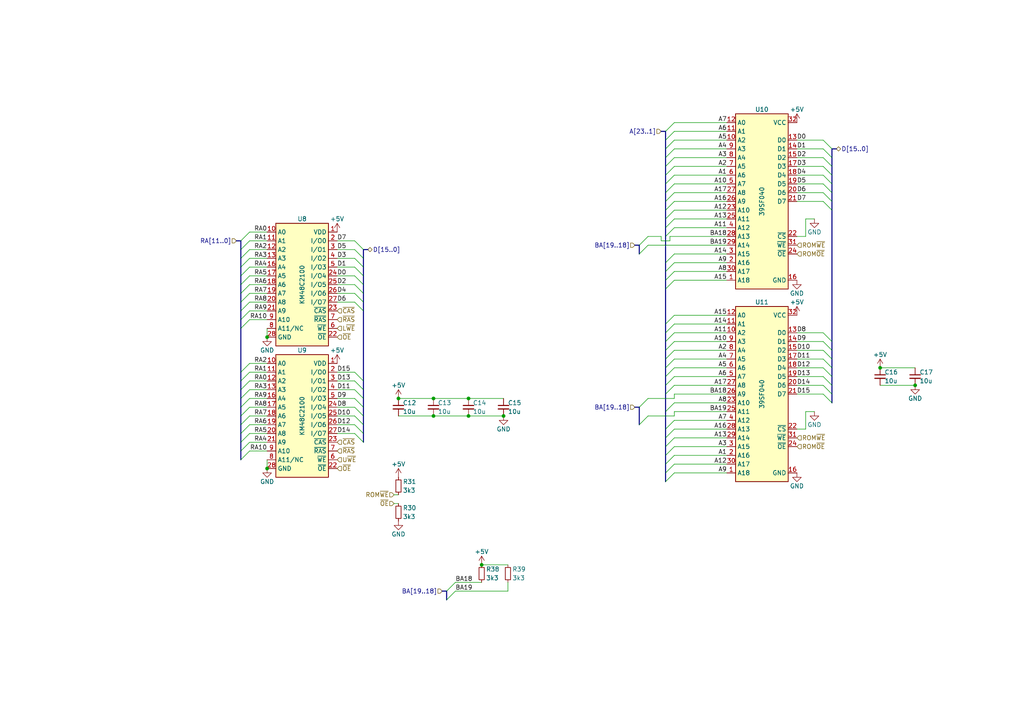
<source format=kicad_sch>
(kicad_sch (version 20231120) (generator "eeschema") (generator_version "8.0")
  (paper "A4")
  (title_block (title "WarpSE (GW4410A)") (date "2024-04-23") (rev "1.0") (company "Garrett's Workshop"))
  (lib_symbols
    (symbol "Device:C_Small" (pin_numbers hide) (pin_names (offset 0.254) hide)
      (property "Reference" "C" (at 0.254 1.778 0))
      (property "Value" "C_Small" (at 0.254 -2.032 0))
      (symbol "C_Small_0_1"
        (polyline (pts (xy -1.524 -0.508) (xy 1.524 -0.508)) (stroke (width 0.3302)))
        (polyline (pts (xy -1.524 0.508) (xy 1.524 0.508)) (stroke (width 0.3048)))
      )
      (symbol "C_Small_1_1"
        (pin passive line (at 0 2.54 270) (length 2.032) (name "~") (number "1"))
        (pin passive line (at 0 -2.54 90) (length 2.032) (name "~") (number "2"))
      )
    )
    (symbol "Device:R_Small" (pin_numbers hide) (pin_names (offset 0.254) hide)
      (property "Reference" "R" (at 0.762 0.508 0))
      (property "Value" "R_Small" (at 0.762 -1.016 0))
      (symbol "R_Small_0_1"
        (rectangle (start -0.762 1.778) (end 0.762 -1.778) (stroke (width 0.2032)))
      )
      (symbol "R_Small_1_1"
        (pin passive line (at 0 2.54 270) (length 0.762) (name "~") (number "1"))
        (pin passive line (at 0 -2.54 90) (length 0.762) (name "~") (number "2"))
      )
    )
    (symbol "GW_RAM:DRAM-2Mx8-SOP-28"
      (property "Reference" "U" (at 0 19.05 0))
      (property "Value" "DRAM-2Mx8-SOP-28" (at 0 0 90))
      (symbol "DRAM-2Mx8-SOP-28_0_1"
        (rectangle (start -7.62 17.78) (end 7.62 -17.78) (stroke (width 0.254)) (fill (type background)))
      )
      (symbol "DRAM-2Mx8-SOP-28_1_1"
        (pin power_in line (at 10.16 15.24 180) (length 2.54) (name "VDD") (number "1"))
        (pin input line (at -10.16 15.24 0) (length 2.54) (name "A0") (number "10"))
        (pin input line (at -10.16 12.7 0) (length 2.54) (name "A1") (number "11"))
        (pin input line (at -10.16 10.16 0) (length 2.54) (name "A2") (number "12"))
        (pin input line (at -10.16 7.62 0) (length 2.54) (name "A3") (number "13"))
        (pin power_in line (at 10.16 15.24 180) (length 2.54) hide (name "VDD") (number "14"))
        (pin power_in line (at -10.16 -15.24 0) (length 2.54) hide (name "GND") (number "15"))
        (pin input line (at -10.16 5.08 0) (length 2.54) (name "A4") (number "16"))
        (pin input line (at -10.16 2.54 0) (length 2.54) (name "A5") (number "17"))
        (pin input line (at -10.16 0 0) (length 2.54) (name "A6") (number "18"))
        (pin input line (at -10.16 -2.54 0) (length 2.54) (name "A7") (number "19"))
        (pin bidirectional line (at 10.16 12.7 180) (length 2.54) (name "I/O0") (number "2"))
        (pin input line (at -10.16 -5.08 0) (length 2.54) (name "A8") (number "20"))
        (pin input line (at -10.16 -7.62 0) (length 2.54) (name "A9") (number "21"))
        (pin input line (at 10.16 -15.24 180) (length 2.54) (name "~{OE}") (number "22"))
        (pin input line (at 10.16 -7.62 180) (length 2.54) (name "~{CAS}") (number "23"))
        (pin bidirectional line (at 10.16 2.54 180) (length 2.54) (name "I/O4") (number "24"))
        (pin bidirectional line (at 10.16 0 180) (length 2.54) (name "I/O5") (number "25"))
        (pin bidirectional line (at 10.16 -2.54 180) (length 2.54) (name "I/O6") (number "26"))
        (pin bidirectional line (at 10.16 -5.08 180) (length 2.54) (name "I/O7") (number "27"))
        (pin power_in line (at -10.16 -15.24 0) (length 2.54) (name "GND") (number "28"))
        (pin bidirectional line (at 10.16 10.16 180) (length 2.54) (name "I/O1") (number "3"))
        (pin bidirectional line (at 10.16 7.62 180) (length 2.54) (name "I/O2") (number "4"))
        (pin bidirectional line (at 10.16 5.08 180) (length 2.54) (name "I/O3") (number "5"))
        (pin input line (at 10.16 -12.7 180) (length 2.54) (name "~{WE}") (number "6"))
        (pin input line (at 10.16 -10.16 180) (length 2.54) (name "~{RAS}") (number "7"))
        (pin input line (at -10.16 -12.7 0) (length 2.54) (name "A11/NC") (number "8"))
        (pin input line (at -10.16 -10.16 0) (length 2.54) (name "A10") (number "9"))
      )
    )
    (symbol "GW_RAM:Flash-512Kx8-PLCC-32"
      (property "Reference" "U" (at 0 26.67 0))
      (property "Value" "Flash-512Kx8-PLCC-32" (at 0 0 90))
      (symbol "Flash-512Kx8-PLCC-32_0_0"
        (pin power_in line (at 10.16 -22.86 180) (length 2.54) (name "GND") (number "16"))
        (pin power_in line (at 10.16 22.86 180) (length 2.54) (name "VCC") (number "32"))
      )
      (symbol "Flash-512Kx8-PLCC-32_0_1"
        (rectangle (start -7.62 25.4) (end 7.62 -25.4) (stroke (width 0.254)) (fill (type background)))
      )
      (symbol "Flash-512Kx8-PLCC-32_1_1"
        (pin input line (at -10.16 -22.86 0) (length 2.54) (name "A18") (number "1"))
        (pin input line (at -10.16 17.78 0) (length 2.54) (name "A2") (number "10"))
        (pin input line (at -10.16 20.32 0) (length 2.54) (name "A1") (number "11"))
        (pin input line (at -10.16 22.86 0) (length 2.54) (name "A0") (number "12"))
        (pin bidirectional line (at 10.16 17.78 180) (length 2.54) (name "D0") (number "13"))
        (pin bidirectional line (at 10.16 15.24 180) (length 2.54) (name "D1") (number "14"))
        (pin bidirectional line (at 10.16 12.7 180) (length 2.54) (name "D2") (number "15"))
        (pin bidirectional line (at 10.16 10.16 180) (length 2.54) (name "D3") (number "17"))
        (pin bidirectional line (at 10.16 7.62 180) (length 2.54) (name "D4") (number "18"))
        (pin bidirectional line (at 10.16 5.08 180) (length 2.54) (name "D5") (number "19"))
        (pin input line (at -10.16 -17.78 0) (length 2.54) (name "A16") (number "2"))
        (pin bidirectional line (at 10.16 2.54 180) (length 2.54) (name "D6") (number "20"))
        (pin bidirectional line (at 10.16 0 180) (length 2.54) (name "D7") (number "21"))
        (pin input line (at 10.16 -10.16 180) (length 2.54) (name "~{CS}") (number "22"))
        (pin input line (at -10.16 -2.54 0) (length 2.54) (name "A10") (number "23"))
        (pin input line (at 10.16 -15.24 180) (length 2.54) (name "~{OE}") (number "24"))
        (pin input line (at -10.16 -5.08 0) (length 2.54) (name "A11") (number "25"))
        (pin input line (at -10.16 0 0) (length 2.54) (name "A9") (number "26"))
        (pin input line (at -10.16 2.54 0) (length 2.54) (name "A8") (number "27"))
        (pin input line (at -10.16 -10.16 0) (length 2.54) (name "A13") (number "28"))
        (pin input line (at -10.16 -12.7 0) (length 2.54) (name "A14") (number "29"))
        (pin input line (at -10.16 -15.24 0) (length 2.54) (name "A15") (number "3"))
        (pin input line (at -10.16 -20.32 0) (length 2.54) (name "A17") (number "30"))
        (pin input line (at 10.16 -12.7 180) (length 2.54) (name "~{WE}") (number "31"))
        (pin input line (at -10.16 -7.62 0) (length 2.54) (name "A12") (number "4"))
        (pin input line (at -10.16 5.08 0) (length 2.54) (name "A7") (number "5"))
        (pin input line (at -10.16 7.62 0) (length 2.54) (name "A6") (number "6"))
        (pin input line (at -10.16 10.16 0) (length 2.54) (name "A5") (number "7"))
        (pin input line (at -10.16 12.7 0) (length 2.54) (name "A4") (number "8"))
        (pin input line (at -10.16 15.24 0) (length 2.54) (name "A3") (number "9"))
      )
    )
    (symbol "power:+5V" (power) (pin_names (offset 0))
      (property "Value" "+5V" (at 0 3.556 0))
      (symbol "+5V_0_1"
        (polyline (pts (xy -0.762 1.27) (xy 0 2.54)))
        (polyline (pts (xy 0 0) (xy 0 2.54)))
        (polyline (pts (xy 0 2.54) (xy 0.762 1.27)))
      )
      (symbol "+5V_1_1"
        (pin power_in line (at 0 0 90) (length 0) hide (name "+5V") (number "1"))
      )
    )
    (symbol "power:GND" (power) (pin_names (offset 0))
      (property "Value" "GND" (at 0 -3.81 0))
      (symbol "GND_0_1"
        (polyline (pts (xy 0 0) (xy 0 -1.27) (xy 1.27 -1.27) (xy 0 -2.54) (xy -1.27 -1.27) (xy 0 -1.27)))
      )
      (symbol "GND_1_1"
        (pin power_in line (at 0 0 270) (length 0) hide (name "GND") (number "1"))
      )
    )
  )
  (junction (at 265.43 111.76))
  (junction (at 77.47 97.79))
  (junction (at 115.57 115.57))
  (junction (at 146.05 120.65))
  (junction (at 255.27 106.68))
  (junction (at 125.73 115.57))
  (junction (at 77.47 135.89))
  (junction (at 139.7 163.83))
  (junction (at 135.89 120.65))
  (junction (at 125.73 120.65))
  (junction (at 135.89 115.57))
  (bus_entry (at 105.41 85.09) (size -2.54 -2.54))
  (bus_entry (at 69.85 118.11) (size 2.54 -2.54))
  (bus_entry (at 105.41 87.63) (size -2.54 -2.54))
  (bus_entry (at 105.41 72.39) (size -2.54 -2.54))
  (bus_entry (at 195.58 78.74) (size -2.54 2.54))
  (bus_entry (at 105.41 123.19) (size -2.54 -2.54))
  (bus_entry (at 195.58 96.52) (size -2.54 2.54))
  (bus_entry (at 238.76 50.8) (size 2.54 2.54))
  (bus_entry (at 132.08 168.91) (size -2.54 2.54))
  (bus_entry (at 195.58 132.08) (size -2.54 2.54))
  (bus_entry (at 69.85 80.01) (size 2.54 -2.54))
  (bus_entry (at 69.85 77.47) (size 2.54 -2.54))
  (bus_entry (at 105.41 74.93) (size -2.54 -2.54))
  (bus_entry (at 105.41 113.03) (size -2.54 -2.54))
  (bus_entry (at 195.58 45.72) (size -2.54 2.54))
  (bus_entry (at 195.58 111.76) (size -2.54 2.54))
  (bus_entry (at 69.85 133.35) (size 2.54 -2.54))
  (bus_entry (at 69.85 123.19) (size 2.54 -2.54))
  (bus_entry (at 238.76 58.42) (size 2.54 2.54))
  (bus_entry (at 195.58 99.06) (size -2.54 2.54))
  (bus_entry (at 105.41 125.73) (size -2.54 -2.54))
  (bus_entry (at 238.76 111.76) (size 2.54 2.54))
  (bus_entry (at 69.85 128.27) (size 2.54 -2.54))
  (bus_entry (at 69.85 125.73) (size 2.54 -2.54))
  (bus_entry (at 195.58 91.44) (size -2.54 2.54))
  (bus_entry (at 238.76 96.52) (size 2.54 2.54))
  (bus_entry (at 105.41 128.27) (size -2.54 -2.54))
  (bus_entry (at 238.76 55.88) (size 2.54 2.54))
  (bus_entry (at 105.41 115.57) (size -2.54 -2.54))
  (bus_entry (at 105.41 120.65) (size -2.54 -2.54))
  (bus_entry (at 105.41 90.17) (size -2.54 -2.54))
  (bus_entry (at 105.41 118.11) (size -2.54 -2.54))
  (bus_entry (at 187.96 115.57) (size -2.54 2.54))
  (bus_entry (at 195.58 137.16) (size -2.54 2.54))
  (bus_entry (at 105.41 80.01) (size -2.54 -2.54))
  (bus_entry (at 195.58 129.54) (size -2.54 2.54))
  (bus_entry (at 195.58 73.66) (size -2.54 2.54))
  (bus_entry (at 69.85 92.71) (size 2.54 -2.54))
  (bus_entry (at 238.76 45.72) (size 2.54 2.54))
  (bus_entry (at 195.58 81.28) (size -2.54 2.54))
  (bus_entry (at 195.58 55.88) (size -2.54 2.54))
  (bus_entry (at 69.85 110.49) (size 2.54 -2.54))
  (bus_entry (at 69.85 107.95) (size 2.54 -2.54))
  (bus_entry (at 69.85 74.93) (size 2.54 -2.54))
  (bus_entry (at 195.58 58.42) (size -2.54 2.54))
  (bus_entry (at 195.58 76.2) (size -2.54 2.54))
  (bus_entry (at 69.85 85.09) (size 2.54 -2.54))
  (bus_entry (at 69.85 90.17) (size 2.54 -2.54))
  (bus_entry (at 195.58 121.92) (size -2.54 2.54))
  (bus_entry (at 238.76 43.18) (size 2.54 2.54))
  (bus_entry (at 195.58 106.68) (size -2.54 2.54))
  (bus_entry (at 69.85 87.63) (size 2.54 -2.54))
  (bus_entry (at 105.41 110.49) (size -2.54 -2.54))
  (bus_entry (at 69.85 69.85) (size 2.54 -2.54))
  (bus_entry (at 195.58 109.22) (size -2.54 2.54))
  (bus_entry (at 105.41 82.55) (size -2.54 -2.54))
  (bus_entry (at 238.76 40.64) (size 2.54 2.54))
  (bus_entry (at 69.85 82.55) (size 2.54 -2.54))
  (bus_entry (at 195.58 66.04) (size -2.54 2.54))
  (bus_entry (at 238.76 53.34) (size 2.54 2.54))
  (bus_entry (at 195.58 124.46) (size -2.54 2.54))
  (bus_entry (at 195.58 50.8) (size -2.54 2.54))
  (bus_entry (at 238.76 48.26) (size 2.54 2.54))
  (bus_entry (at 195.58 53.34) (size -2.54 2.54))
  (bus_entry (at 187.96 71.12) (size -2.54 2.54))
  (bus_entry (at 195.58 93.98) (size -2.54 2.54))
  (bus_entry (at 195.58 127) (size -2.54 2.54))
  (bus_entry (at 195.58 38.1) (size -2.54 2.54))
  (bus_entry (at 238.76 104.14) (size 2.54 2.54))
  (bus_entry (at 195.58 35.56) (size -2.54 2.54))
  (bus_entry (at 105.41 77.47) (size -2.54 -2.54))
  (bus_entry (at 238.76 101.6) (size 2.54 2.54))
  (bus_entry (at 195.58 134.62) (size -2.54 2.54))
  (bus_entry (at 187.96 120.65) (size -2.54 2.54))
  (bus_entry (at 195.58 60.96) (size -2.54 2.54))
  (bus_entry (at 195.58 63.5) (size -2.54 2.54))
  (bus_entry (at 195.58 40.64) (size -2.54 2.54))
  (bus_entry (at 238.76 99.06) (size 2.54 2.54))
  (bus_entry (at 187.96 68.58) (size -2.54 2.54))
  (bus_entry (at 69.85 120.65) (size 2.54 -2.54))
  (bus_entry (at 69.85 115.57) (size 2.54 -2.54))
  (bus_entry (at 69.85 113.03) (size 2.54 -2.54))
  (bus_entry (at 195.58 104.14) (size -2.54 2.54))
  (bus_entry (at 238.76 106.68) (size 2.54 2.54))
  (bus_entry (at 132.08 171.45) (size -2.54 2.54))
  (bus_entry (at 238.76 109.22) (size 2.54 2.54))
  (bus_entry (at 69.85 72.39) (size 2.54 -2.54))
  (bus_entry (at 195.58 116.84) (size -2.54 2.54))
  (bus_entry (at 69.85 95.25) (size 2.54 -2.54))
  (bus_entry (at 195.58 43.18) (size -2.54 2.54))
  (bus_entry (at 238.76 114.3) (size 2.54 2.54))
  (bus_entry (at 195.58 101.6) (size -2.54 2.54))
  (bus_entry (at 69.85 130.81) (size 2.54 -2.54))
  (bus_entry (at 195.58 48.26) (size -2.54 2.54))
  (bus (pts (xy 241.3 58.42) (xy 241.3 60.96)))
  (bus (pts (xy 69.85 69.85) (xy 69.85 72.39)))
  (bus (pts (xy 105.41 123.19) (xy 105.41 125.73)))
  (wire (pts (xy 77.47 82.55) (xy 72.39 82.55)))
  (bus (pts (xy 69.85 128.27) (xy 69.85 130.81)))
  (bus (pts (xy 69.85 74.93) (xy 69.85 77.47)))
  (wire (pts (xy 210.82 91.44) (xy 195.58 91.44)))
  (wire (pts (xy 77.47 85.09) (xy 72.39 85.09)))
  (wire (pts (xy 210.82 38.1) (xy 195.58 38.1)))
  (wire (pts (xy 77.47 118.11) (xy 72.39 118.11)))
  (wire (pts (xy 115.57 120.65) (xy 125.73 120.65)))
  (wire (pts (xy 210.82 50.8) (xy 195.58 50.8)))
  (wire (pts (xy 231.14 96.52) (xy 238.76 96.52)))
  (wire (pts (xy 210.82 134.62) (xy 195.58 134.62)))
  (bus (pts (xy 185.42 71.12) (xy 185.42 73.66)))
  (wire (pts (xy 125.73 115.57) (xy 135.89 115.57)))
  (wire (pts (xy 231.14 104.14) (xy 238.76 104.14)))
  (wire (pts (xy 191.77 69.85) (xy 191.77 68.58)))
  (wire (pts (xy 77.47 105.41) (xy 72.39 105.41)))
  (wire (pts (xy 77.47 113.03) (xy 72.39 113.03)))
  (wire (pts (xy 195.58 114.3) (xy 210.82 114.3)))
  (wire (pts (xy 135.89 115.57) (xy 146.05 115.57)))
  (wire (pts (xy 210.82 99.06) (xy 195.58 99.06)))
  (wire (pts (xy 210.82 35.56) (xy 195.58 35.56)))
  (bus (pts (xy 193.04 43.18) (xy 193.04 45.72)))
  (bus (pts (xy 193.04 124.46) (xy 193.04 127)))
  (wire (pts (xy 132.08 168.91) (xy 139.7 168.91)))
  (wire (pts (xy 210.82 55.88) (xy 195.58 55.88)))
  (wire (pts (xy 231.14 48.26) (xy 238.76 48.26)))
  (wire (pts (xy 187.96 115.57) (xy 195.58 115.57)))
  (bus (pts (xy 241.3 101.6) (xy 241.3 104.14)))
  (bus (pts (xy 241.3 55.88) (xy 241.3 58.42)))
  (bus (pts (xy 241.3 48.26) (xy 241.3 50.8)))
  (bus (pts (xy 241.3 50.8) (xy 241.3 53.34)))
  (bus (pts (xy 105.41 74.93) (xy 105.41 77.47)))
  (wire (pts (xy 77.47 92.71) (xy 72.39 92.71)))
  (wire (pts (xy 231.14 111.76) (xy 238.76 111.76)))
  (bus (pts (xy 193.04 134.62) (xy 193.04 137.16)))
  (bus (pts (xy 184.15 118.11) (xy 185.42 118.11)))
  (bus (pts (xy 69.85 118.11) (xy 69.85 120.65)))
  (wire (pts (xy 195.58 119.38) (xy 195.58 120.65)))
  (bus (pts (xy 193.04 38.1) (xy 193.04 40.64)))
  (wire (pts (xy 114.3 143.51) (xy 115.57 143.51)))
  (bus (pts (xy 193.04 111.76) (xy 193.04 114.3)))
  (wire (pts (xy 210.82 96.52) (xy 195.58 96.52)))
  (bus (pts (xy 69.85 123.19) (xy 69.85 125.73)))
  (wire (pts (xy 77.47 90.17) (xy 72.39 90.17)))
  (bus (pts (xy 242.57 43.18) (xy 241.3 43.18)))
  (wire (pts (xy 236.22 119.38) (xy 233.68 119.38)))
  (bus (pts (xy 193.04 129.54) (xy 193.04 132.08)))
  (wire (pts (xy 102.87 72.39) (xy 97.79 72.39)))
  (wire (pts (xy 115.57 115.57) (xy 125.73 115.57)))
  (bus (pts (xy 193.04 50.8) (xy 193.04 53.34)))
  (wire (pts (xy 233.68 63.5) (xy 233.68 68.58)))
  (wire (pts (xy 210.82 76.2) (xy 195.58 76.2)))
  (bus (pts (xy 105.41 120.65) (xy 105.41 123.19)))
  (wire (pts (xy 231.14 53.34) (xy 238.76 53.34)))
  (wire (pts (xy 210.82 53.34) (xy 195.58 53.34)))
  (wire (pts (xy 77.47 72.39) (xy 72.39 72.39)))
  (wire (pts (xy 187.96 120.65) (xy 195.58 120.65)))
  (bus (pts (xy 105.41 113.03) (xy 105.41 115.57)))
  (bus (pts (xy 241.3 114.3) (xy 241.3 116.84)))
  (wire (pts (xy 102.87 110.49) (xy 97.79 110.49)))
  (bus (pts (xy 105.41 90.17) (xy 105.41 110.49)))
  (wire (pts (xy 77.47 67.31) (xy 72.39 67.31)))
  (bus (pts (xy 69.85 82.55) (xy 69.85 85.09)))
  (bus (pts (xy 105.41 85.09) (xy 105.41 87.63)))
  (wire (pts (xy 97.79 118.11) (xy 102.87 118.11)))
  (bus (pts (xy 193.04 66.04) (xy 193.04 68.58)))
  (bus (pts (xy 193.04 109.22) (xy 193.04 111.76)))
  (bus (pts (xy 106.68 72.39) (xy 105.41 72.39)))
  (bus (pts (xy 69.85 92.71) (xy 69.85 95.25)))
  (bus (pts (xy 193.04 40.64) (xy 193.04 43.18)))
  (bus (pts (xy 69.85 95.25) (xy 69.85 107.95)))
  (wire (pts (xy 125.73 120.65) (xy 135.89 120.65)))
  (wire (pts (xy 77.47 107.95) (xy 72.39 107.95)))
  (wire (pts (xy 210.82 137.16) (xy 195.58 137.16)))
  (bus (pts (xy 184.15 71.12) (xy 185.42 71.12)))
  (wire (pts (xy 210.82 109.22) (xy 195.58 109.22)))
  (bus (pts (xy 69.85 130.81) (xy 69.85 133.35)))
  (wire (pts (xy 187.96 71.12) (xy 210.82 71.12)))
  (bus (pts (xy 193.04 63.5) (xy 193.04 66.04)))
  (wire (pts (xy 191.77 69.85) (xy 194.31 69.85)))
  (bus (pts (xy 69.85 90.17) (xy 69.85 92.71)))
  (wire (pts (xy 210.82 66.04) (xy 195.58 66.04)))
  (bus (pts (xy 193.04 53.34) (xy 193.04 55.88)))
  (wire (pts (xy 210.82 106.68) (xy 195.58 106.68)))
  (bus (pts (xy 105.41 110.49) (xy 105.41 113.03)))
  (bus (pts (xy 241.3 104.14) (xy 241.3 106.68)))
  (wire (pts (xy 236.22 63.5) (xy 233.68 63.5)))
  (bus (pts (xy 129.54 171.45) (xy 129.54 173.99)))
  (wire (pts (xy 210.82 58.42) (xy 195.58 58.42)))
  (wire (pts (xy 77.47 77.47) (xy 72.39 77.47)))
  (bus (pts (xy 241.3 60.96) (xy 241.3 99.06)))
  (wire (pts (xy 233.68 119.38) (xy 233.68 124.46)))
  (wire (pts (xy 231.14 55.88) (xy 238.76 55.88)))
  (wire (pts (xy 114.3 146.05) (xy 115.57 146.05)))
  (bus (pts (xy 191.77 38.1) (xy 193.04 38.1)))
  (wire (pts (xy 210.82 111.76) (xy 195.58 111.76)))
  (wire (pts (xy 210.82 45.72) (xy 195.58 45.72)))
  (wire (pts (xy 77.47 120.65) (xy 72.39 120.65)))
  (bus (pts (xy 193.04 45.72) (xy 193.04 48.26)))
  (bus (pts (xy 193.04 104.14) (xy 193.04 106.68)))
  (bus (pts (xy 193.04 101.6) (xy 193.04 104.14)))
  (wire (pts (xy 97.79 85.09) (xy 102.87 85.09)))
  (bus (pts (xy 69.85 72.39) (xy 69.85 74.93)))
  (bus (pts (xy 69.85 120.65) (xy 69.85 123.19)))
  (wire (pts (xy 187.96 68.58) (xy 191.77 68.58)))
  (wire (pts (xy 210.82 43.18) (xy 195.58 43.18)))
  (bus (pts (xy 193.04 137.16) (xy 193.04 139.7)))
  (wire (pts (xy 195.58 119.38) (xy 210.82 119.38)))
  (wire (pts (xy 77.47 87.63) (xy 72.39 87.63)))
  (wire (pts (xy 210.82 40.64) (xy 195.58 40.64)))
  (bus (pts (xy 193.04 119.38) (xy 193.04 124.46)))
  (wire (pts (xy 231.14 50.8) (xy 238.76 50.8)))
  (wire (pts (xy 102.87 69.85) (xy 97.79 69.85)))
  (bus (pts (xy 105.41 125.73) (xy 105.41 128.27)))
  (wire (pts (xy 231.14 106.68) (xy 238.76 106.68)))
  (wire (pts (xy 210.82 129.54) (xy 195.58 129.54)))
  (wire (pts (xy 210.82 60.96) (xy 195.58 60.96)))
  (wire (pts (xy 210.82 73.66) (xy 195.58 73.66)))
  (wire (pts (xy 102.87 113.03) (xy 97.79 113.03)))
  (bus (pts (xy 105.41 77.47) (xy 105.41 80.01)))
  (bus (pts (xy 193.04 81.28) (xy 193.04 83.82)))
  (bus (pts (xy 193.04 83.82) (xy 193.04 93.98)))
  (wire (pts (xy 210.82 93.98) (xy 195.58 93.98)))
  (bus (pts (xy 69.85 77.47) (xy 69.85 80.01)))
  (wire (pts (xy 210.82 116.84) (xy 195.58 116.84)))
  (bus (pts (xy 241.3 106.68) (xy 241.3 109.22)))
  (wire (pts (xy 194.31 68.58) (xy 210.82 68.58)))
  (wire (pts (xy 97.79 87.63) (xy 102.87 87.63)))
  (wire (pts (xy 233.68 124.46) (xy 231.14 124.46)))
  (bus (pts (xy 241.3 43.18) (xy 241.3 45.72)))
  (wire (pts (xy 194.31 68.58) (xy 194.31 69.85)))
  (wire (pts (xy 255.27 106.68) (xy 265.43 106.68)))
  (bus (pts (xy 241.3 45.72) (xy 241.3 48.26)))
  (bus (pts (xy 241.3 99.06) (xy 241.3 101.6)))
  (wire (pts (xy 210.82 81.28) (xy 195.58 81.28)))
  (bus (pts (xy 193.04 48.26) (xy 193.04 50.8)))
  (wire (pts (xy 210.82 101.6) (xy 195.58 101.6)))
  (wire (pts (xy 231.14 114.3) (xy 238.76 114.3)))
  (bus (pts (xy 193.04 132.08) (xy 193.04 134.62)))
  (wire (pts (xy 77.47 123.19) (xy 72.39 123.19)))
  (wire (pts (xy 97.79 120.65) (xy 102.87 120.65)))
  (bus (pts (xy 69.85 87.63) (xy 69.85 90.17)))
  (bus (pts (xy 193.04 127) (xy 193.04 129.54)))
  (wire (pts (xy 77.47 74.93) (xy 72.39 74.93)))
  (wire (pts (xy 135.89 120.65) (xy 146.05 120.65)))
  (wire (pts (xy 77.47 69.85) (xy 72.39 69.85)))
  (wire (pts (xy 97.79 123.19) (xy 102.87 123.19)))
  (wire (pts (xy 102.87 77.47) (xy 97.79 77.47)))
  (wire (pts (xy 132.08 171.45) (xy 147.32 171.45)))
  (bus (pts (xy 69.85 125.73) (xy 69.85 128.27)))
  (wire (pts (xy 77.47 125.73) (xy 72.39 125.73)))
  (wire (pts (xy 231.14 101.6) (xy 238.76 101.6)))
  (bus (pts (xy 193.04 76.2) (xy 193.04 78.74)))
  (bus (pts (xy 241.3 109.22) (xy 241.3 111.76)))
  (bus (pts (xy 105.41 115.57) (xy 105.41 118.11)))
  (bus (pts (xy 241.3 53.34) (xy 241.3 55.88)))
  (wire (pts (xy 147.32 171.45) (xy 147.32 168.91)))
  (bus (pts (xy 193.04 55.88) (xy 193.04 58.42)))
  (wire (pts (xy 231.14 99.06) (xy 238.76 99.06)))
  (bus (pts (xy 185.42 118.11) (xy 185.42 123.19)))
  (wire (pts (xy 77.47 128.27) (xy 72.39 128.27)))
  (bus (pts (xy 193.04 68.58) (xy 193.04 76.2)))
  (wire (pts (xy 255.27 111.76) (xy 265.43 111.76)))
  (bus (pts (xy 193.04 78.74) (xy 193.04 81.28)))
  (wire (pts (xy 231.14 109.22) (xy 238.76 109.22)))
  (wire (pts (xy 233.68 68.58) (xy 231.14 68.58)))
  (wire (pts (xy 97.79 80.01) (xy 102.87 80.01)))
  (bus (pts (xy 193.04 96.52) (xy 193.04 99.06)))
  (bus (pts (xy 69.85 80.01) (xy 69.85 82.55)))
  (wire (pts (xy 97.79 82.55) (xy 102.87 82.55)))
  (wire (pts (xy 231.14 45.72) (xy 238.76 45.72)))
  (wire (pts (xy 210.82 132.08) (xy 195.58 132.08)))
  (bus (pts (xy 193.04 99.06) (xy 193.04 101.6)))
  (wire (pts (xy 97.79 107.95) (xy 102.87 107.95)))
  (bus (pts (xy 105.41 82.55) (xy 105.41 85.09)))
  (bus (pts (xy 105.41 87.63) (xy 105.41 90.17)))
  (wire (pts (xy 102.87 115.57) (xy 97.79 115.57)))
  (wire (pts (xy 231.14 40.64) (xy 238.76 40.64)))
  (bus (pts (xy 193.04 106.68) (xy 193.04 109.22)))
  (wire (pts (xy 77.47 110.49) (xy 72.39 110.49)))
  (bus (pts (xy 105.41 72.39) (xy 105.41 74.93)))
  (wire (pts (xy 210.82 104.14) (xy 195.58 104.14)))
  (wire (pts (xy 102.87 74.93) (xy 97.79 74.93)))
  (wire (pts (xy 210.82 127) (xy 195.58 127)))
  (bus (pts (xy 69.85 113.03) (xy 69.85 115.57)))
  (wire (pts (xy 77.47 115.57) (xy 72.39 115.57)))
  (wire (pts (xy 139.7 163.83) (xy 147.32 163.83)))
  (wire (pts (xy 231.14 58.42) (xy 238.76 58.42)))
  (bus (pts (xy 193.04 58.42) (xy 193.04 60.96)))
  (wire (pts (xy 77.47 130.81) (xy 72.39 130.81)))
  (wire (pts (xy 210.82 48.26) (xy 195.58 48.26)))
  (bus (pts (xy 105.41 80.01) (xy 105.41 82.55)))
  (bus (pts (xy 69.85 85.09) (xy 69.85 87.63)))
  (wire (pts (xy 77.47 133.35) (xy 77.47 135.89)))
  (wire (pts (xy 97.79 125.73) (xy 102.87 125.73)))
  (bus (pts (xy 193.04 114.3) (xy 193.04 119.38)))
  (bus (pts (xy 69.85 69.85) (xy 68.58 69.85)))
  (wire (pts (xy 210.82 63.5) (xy 195.58 63.5)))
  (bus (pts (xy 69.85 115.57) (xy 69.85 118.11)))
  (wire (pts (xy 210.82 124.46) (xy 195.58 124.46)))
  (bus (pts (xy 193.04 60.96) (xy 193.04 63.5)))
  (wire (pts (xy 231.14 43.18) (xy 238.76 43.18)))
  (bus (pts (xy 241.3 111.76) (xy 241.3 114.3)))
  (bus (pts (xy 193.04 93.98) (xy 193.04 96.52)))
  (wire (pts (xy 77.47 80.01) (xy 72.39 80.01)))
  (wire (pts (xy 77.47 95.25) (xy 77.47 97.79)))
  (bus (pts (xy 69.85 107.95) (xy 69.85 110.49)))
  (bus (pts (xy 69.85 110.49) (xy 69.85 113.03)))
  (bus (pts (xy 105.41 118.11) (xy 105.41 120.65)))
  (wire (pts (xy 195.58 114.3) (xy 195.58 115.57)))
  (wire (pts (xy 210.82 121.92) (xy 195.58 121.92)))
  (wire (pts (xy 210.82 78.74) (xy 195.58 78.74)))
  (bus (pts (xy 128.27 171.45) (xy 129.54 171.45)))
  (label "A6" (at 210.82 38.1 180))
  (label "D12" (at 231.14 106.68 0))
  (label "A7" (at 210.82 35.56 180))
  (label "A1" (at 210.82 132.08 180))
  (label "A2" (at 210.82 48.26 180))
  (label "RA2" (at 77.47 72.39 180))
  (label "A17" (at 210.82 111.76 180))
  (label "A13" (at 210.82 127 180))
  (label "D10" (at 231.14 101.6 0))
  (label "D5" (at 97.79 72.39 0))
  (label "RA5" (at 77.47 125.73 180))
  (label "A8" (at 210.82 78.74 180))
  (label "D14" (at 231.14 111.76 0))
  (label "A4" (at 210.82 43.18 180))
  (label "A10" (at 210.82 53.34 180))
  (label "RA2" (at 77.47 105.41 180))
  (label "A14" (at 210.82 93.98 180))
  (label "D12" (at 97.79 123.19 0))
  (label "RA8" (at 77.47 118.11 180))
  (label "D11" (at 231.14 104.14 0))
  (label "RA8" (at 77.47 87.63 180))
  (label "RA0" (at 77.47 110.49 180))
  (label "A5" (at 210.82 106.68 180))
  (label "BA18" (at 210.82 114.3 180))
  (label "D4" (at 97.79 85.09 0))
  (label "D6" (at 97.79 87.63 0))
  (label "A13" (at 210.82 63.5 180))
  (label "A11" (at 210.82 66.04 180))
  (label "A16" (at 210.82 124.46 180))
  (label "BA18" (at 210.82 68.58 180))
  (label "D3" (at 97.79 74.93 0))
  (label "D2" (at 97.79 82.55 0))
  (label "A8" (at 210.82 116.84 180))
  (label "D1" (at 231.14 43.18 0))
  (label "RA9" (at 77.47 115.57 180))
  (label "RA7" (at 77.47 120.65 180))
  (label "RA10" (at 77.47 92.71 180))
  (label "A4" (at 210.82 104.14 180))
  (label "A5" (at 210.82 40.64 180))
  (label "RA4" (at 77.47 128.27 180))
  (label "D9" (at 97.79 115.57 0))
  (label "D7" (at 97.79 69.85 0))
  (label "RA6" (at 77.47 82.55 180))
  (label "D8" (at 231.14 96.52 0))
  (label "A7" (at 210.82 121.92 180))
  (label "RA5" (at 77.47 80.01 180))
  (label "RA6" (at 77.47 123.19 180))
  (label "D14" (at 97.79 125.73 0))
  (label "D3" (at 231.14 48.26 0))
  (label "BA18" (at 132.08 168.91 0))
  (label "A16" (at 210.82 58.42 180))
  (label "D6" (at 231.14 55.88 0))
  (label "A9" (at 210.82 76.2 180))
  (label "A2" (at 210.82 101.6 180))
  (label "RA1" (at 77.47 107.95 180))
  (label "D13" (at 231.14 109.22 0))
  (label "BA19" (at 132.08 171.45 0))
  (label "A15" (at 210.82 91.44 180))
  (label "D1" (at 97.79 77.47 0))
  (label "RA1" (at 77.47 69.85 180))
  (label "D15" (at 231.14 114.3 0))
  (label "D2" (at 231.14 45.72 0))
  (label "A6" (at 210.82 109.22 180))
  (label "A14" (at 210.82 73.66 180))
  (label "D4" (at 231.14 50.8 0))
  (label "A11" (at 210.82 96.52 180))
  (label "BA19" (at 210.82 71.12 180))
  (label "RA9" (at 77.47 90.17 180))
  (label "A9" (at 210.82 137.16 180))
  (label "BA19" (at 210.82 119.38 180))
  (label "A15" (at 210.82 81.28 180))
  (label "RA0" (at 77.47 67.31 180))
  (label "A12" (at 210.82 60.96 180))
  (label "RA4" (at 77.47 77.47 180))
  (label "D15" (at 97.79 107.95 0))
  (label "RA7" (at 77.47 85.09 180))
  (label "D11" (at 97.79 113.03 0))
  (label "D9" (at 231.14 99.06 0))
  (label "A17" (at 210.82 55.88 180))
  (label "D0" (at 97.79 80.01 0))
  (label "D13" (at 97.79 110.49 0))
  (label "D5" (at 231.14 53.34 0))
  (label "RA3" (at 77.47 74.93 180))
  (label "A1" (at 210.82 50.8 180))
  (label "A3" (at 210.82 129.54 180))
  (label "RA10" (at 77.47 130.81 180))
  (label "D8" (at 97.79 118.11 0))
  (label "A10" (at 210.82 99.06 180))
  (label "D7" (at 231.14 58.42 0))
  (label "A3" (at 210.82 45.72 180))
  (label "D10" (at 97.79 120.65 0))
  (label "A12" (at 210.82 134.62 180))
  (label "D0" (at 231.14 40.64 0))
  (label "RA3" (at 77.47 113.03 180))
  (hierarchical_label "BA[19..18]" (shape input) (at 184.15 118.11 180))
  (hierarchical_label "D[15..0]" (shape bidirectional) (at 106.68 72.39 0))
  (hierarchical_label "~{OE}" (shape input) (at 97.79 135.89 0))
  (hierarchical_label "BA[19..18]" (shape input) (at 184.15 71.12 180))
  (hierarchical_label "ROM~{OE}" (shape input) (at 231.14 129.54 0))
  (hierarchical_label "U~{WE}" (shape input) (at 97.79 133.35 0))
  (hierarchical_label "L~{WE}" (shape input) (at 97.79 95.25 0))
  (hierarchical_label "BA[19..18]" (shape input) (at 128.27 171.45 180))
  (hierarchical_label "ROM~{WE}" (shape input) (at 231.14 127 0))
  (hierarchical_label "D[15..0]" (shape bidirectional) (at 242.57 43.18 0))
  (hierarchical_label "~{CAS}" (shape input) (at 97.79 90.17 0))
  (hierarchical_label "~{RAS}" (shape input) (at 97.79 92.71 0))
  (hierarchical_label "~{OE}" (shape input) (at 97.79 97.79 0))
  (hierarchical_label "ROM~{WE}" (shape input) (at 231.14 71.12 0))
  (hierarchical_label "ROM~{OE}" (shape input) (at 231.14 73.66 0))
  (hierarchical_label "ROM~{WE}" (shape input) (at 114.3 143.51 180))
  (hierarchical_label "~{OE}" (shape input) (at 114.3 146.05 180))
  (hierarchical_label "RA[11..0]" (shape input) (at 68.58 69.85 180))
  (hierarchical_label "~{RAS}" (shape input) (at 97.79 130.81 0))
  (hierarchical_label "A[23..1]" (shape input) (at 191.77 38.1 180))
  (hierarchical_label "~{CAS}" (shape input) (at 97.79 128.27 0))
  (symbol (lib_id "GW_RAM:DRAM-2Mx8-SOP-28") (at 87.63 82.55 0) (unit 1)
    (property "Reference" "U8" (at 87.63 63.5 0))
    (property "Value" "KM48C2100" (at 87.63 82.55 90))
    (property "Footprint" "stdpads:SOJ-28_300mil" (effects (hide yes)))
  )
  (symbol (lib_id "power:GND") (at 77.47 97.79 0) (unit 1)
    (property "Reference" "#PWR0133" (effects (hide yes)))
    (property "Value" "GND" (at 77.47 101.6 0))
  )
  (symbol (lib_id "GW_RAM:DRAM-2Mx8-SOP-28") (at 87.63 120.65 0) (unit 1)
    (property "Reference" "U9" (at 87.63 101.6 0))
    (property "Value" "KM48C2100" (at 87.63 120.65 90))
    (property "Footprint" "stdpads:SOJ-28_300mil" (effects (hide yes)))
  )
  (symbol (lib_id "power:GND") (at 77.47 135.89 0) (unit 1)
    (property "Reference" "#PWR0134" (effects (hide yes)))
    (property "Value" "GND" (at 77.47 139.7 0))
  )
  (symbol (lib_id "power:+5V") (at 115.57 115.57 0) (unit 1)
    (property "Reference" "#PWR0138" (effects (hide yes)))
    (property "Value" "+5V" (at 115.57 111.76 0))
  )
  (symbol (lib_id "Device:C_Small") (at 125.73 118.11 0) (unit 1)
    (property "Reference" "C13" (at 127 116.84 0) (effects (justify left)))
    (property "Value" "10u" (at 127 119.38 0) (effects (justify left)))
    (property "Footprint" "stdpads:C_0805" (effects (hide yes)))
    (property "LCSC Part" "C15850" (effects (hide yes)))
  )
  (symbol (lib_id "Device:C_Small") (at 115.57 118.11 0) (unit 1)
    (property "Reference" "C12" (at 116.84 116.84 0) (effects (justify left)))
    (property "Value" "10u" (at 116.84 119.38 0) (effects (justify left)))
    (property "Footprint" "stdpads:C_0805" (effects (hide yes)))
    (property "LCSC Part" "C15850" (effects (hide yes)))
  )
  (symbol (lib_id "Device:C_Small") (at 135.89 118.11 0) (unit 1)
    (property "Reference" "C14" (at 137.16 116.84 0) (effects (justify left)))
    (property "Value" "10u" (at 137.16 119.38 0) (effects (justify left)))
    (property "Footprint" "stdpads:C_0805" (effects (hide yes)))
    (property "LCSC Part" "C15850" (effects (hide yes)))
  )
  (symbol (lib_id "Device:C_Small") (at 146.05 118.11 0) (unit 1)
    (property "Reference" "C15" (at 147.32 116.84 0) (effects (justify left)))
    (property "Value" "10u" (at 147.32 119.38 0) (effects (justify left)))
    (property "Footprint" "stdpads:C_0805" (effects (hide yes)))
    (property "LCSC Part" "C15850" (effects (hide yes)))
  )
  (symbol (lib_id "GW_RAM:Flash-512Kx8-PLCC-32") (at 220.98 58.42 0) (unit 1)
    (property "Reference" "U10" (at 220.98 31.75 0))
    (property "Value" "39SF040" (at 220.98 58.42 90))
    (property "Footprint" "stdpads:PLCC-32" (effects (hide yes)))
    (property "LCSC Part" "C645935" (effects (hide yes)))
  )
  (symbol (lib_id "power:GND") (at 231.14 81.28 0) (unit 1)
    (property "Reference" "#PWR0141" (effects (hide yes)))
    (property "Value" "GND" (at 231.14 85.09 0))
  )
  (symbol (lib_id "power:GND") (at 231.14 137.16 0) (unit 1)
    (property "Reference" "#PWR0142" (effects (hide yes)))
    (property "Value" "GND" (at 231.14 140.97 0))
  )
  (symbol (lib_id "GW_RAM:Flash-512Kx8-PLCC-32") (at 220.98 114.3 0) (unit 1)
    (property "Reference" "U11" (at 220.98 87.63 0))
    (property "Value" "39SF040" (at 220.98 114.3 90))
    (property "Footprint" "stdpads:PLCC-32" (effects (hide yes)))
    (property "LCSC Part" "C645935" (effects (hide yes)))
  )
  (symbol (lib_id "power:+5V") (at 255.27 106.68 0) (unit 1)
    (property "Reference" "#PWR0145" (effects (hide yes)))
    (property "Value" "+5V" (at 255.27 102.87 0))
  )
  (symbol (lib_id "Device:C_Small") (at 265.43 109.22 0) (unit 1)
    (property "Reference" "C17" (at 266.7 107.95 0) (effects (justify left)))
    (property "Value" "10u" (at 266.7 110.49 0) (effects (justify left)))
    (property "Footprint" "stdpads:C_0805" (effects (hide yes)))
    (property "LCSC Part" "C15850" (effects (hide yes)))
  )
  (symbol (lib_id "Device:C_Small") (at 255.27 109.22 0) (unit 1)
    (property "Reference" "C16" (at 256.54 107.95 0) (effects (justify left)))
    (property "Value" "10u" (at 256.54 110.49 0) (effects (justify left)))
    (property "Footprint" "stdpads:C_0805" (effects (hide yes)))
    (property "LCSC Part" "C15850" (effects (hide yes)))
  )
  (symbol (lib_id "power:+5V") (at 97.79 67.31 0) (unit 1)
    (property "Reference" "#PWR0105" (effects (hide yes)))
    (property "Value" "+5V" (at 97.79 63.5 0))
  )
  (symbol (lib_id "power:+5V") (at 97.79 105.41 0) (unit 1)
    (property "Reference" "#PWR0119" (effects (hide yes)))
    (property "Value" "+5V" (at 97.79 101.6 0))
  )
  (symbol (lib_id "power:+5V") (at 231.14 35.56 0) (unit 1)
    (property "Reference" "#PWR0120" (effects (hide yes)))
    (property "Value" "+5V" (at 231.14 31.75 0))
  )
  (symbol (lib_id "power:+5V") (at 231.14 91.44 0) (unit 1)
    (property "Reference" "#PWR0121" (effects (hide yes)))
    (property "Value" "+5V" (at 231.14 87.63 0))
  )
  (symbol (lib_id "Device:R_Small") (at 115.57 140.97 180) (unit 1)
    (property "Reference" "R31" (at 116.84 139.7 0) (effects (justify right)))
    (property "Value" "3k3" (at 116.84 142.24 0) (effects (justify right)))
    (property "Footprint" "stdpads:R_0603" (effects (hide yes)))
    (property "LCSC Part" "C21190" (effects (hide yes)))
  )
  (symbol (lib_id "power:GND") (at 236.22 119.38 0) (unit 1)
    (property "Reference" "#PWR010" (effects (hide yes)))
    (property "Value" "GND" (at 236.22 123.19 0))
  )
  (symbol (lib_id "power:GND") (at 236.22 63.5 0) (unit 1)
    (property "Reference" "#PWR014" (effects (hide yes)))
    (property "Value" "GND" (at 236.22 67.31 0))
  )
  (symbol (lib_id "Device:R_Small") (at 139.7 166.37 180) (unit 1)
    (property "Reference" "R38" (at 140.97 165.1 0) (effects (justify right)))
    (property "Value" "3k3" (at 140.97 167.64 0) (effects (justify right)))
    (property "Footprint" "stdpads:R_0603" (effects (hide yes)))
    (property "LCSC Part" "C21190" (effects (hide yes)))
  )
  (symbol (lib_id "Device:R_Small") (at 115.57 148.59 180) (unit 1)
    (property "Reference" "R30" (at 116.84 147.32 0) (effects (justify right)))
    (property "Value" "3k3" (at 116.84 149.86 0) (effects (justify right)))
    (property "Footprint" "stdpads:R_0603" (effects (hide yes)))
    (property "LCSC Part" "C21190" (effects (hide yes)))
  )
  (symbol (lib_id "power:GND") (at 265.43 111.76 0) (unit 1)
    (property "Reference" "#PWR0135" (effects (hide yes)))
    (property "Value" "GND" (at 265.43 115.57 0))
  )
  (symbol (lib_id "power:GND") (at 115.57 151.13 0) (unit 1)
    (property "Reference" "#PWR041" (effects (hide yes)))
    (property "Value" "GND" (at 115.57 154.94 0))
  )
  (symbol (lib_id "Device:R_Small") (at 147.32 166.37 180) (unit 1)
    (property "Reference" "R39" (at 148.59 165.1 0) (effects (justify right)))
    (property "Value" "3k3" (at 148.59 167.64 0) (effects (justify right)))
    (property "Footprint" "stdpads:R_0603" (effects (hide yes)))
    (property "LCSC Part" "C21190" (effects (hide yes)))
  )
  (symbol (lib_id "power:+5V") (at 115.57 138.43 0) (unit 1)
    (property "Reference" "#PWR042" (effects (hide yes)))
    (property "Value" "+5V" (at 115.57 134.62 0))
  )
  (symbol (lib_id "power:GND") (at 146.05 120.65 0) (unit 1)
    (property "Reference" "#PWR0132" (effects (hide yes)))
    (property "Value" "GND" (at 146.05 124.46 0))
  )
  (symbol (lib_id "power:+5V") (at 139.7 163.83 0) (unit 1)
    (property "Reference" "#PWR050" (effects (hide yes)))
    (property "Value" "+5V" (at 139.7 160.02 0))
  )
)
</source>
